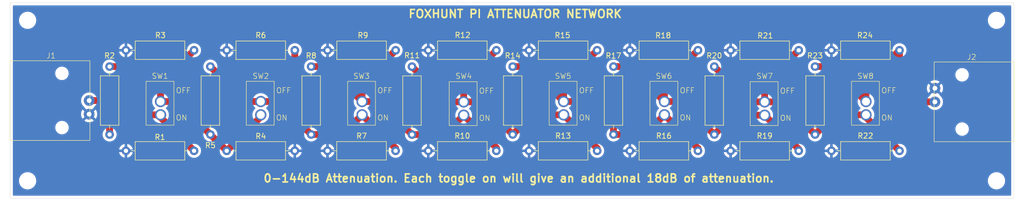
<source format=kicad_pcb>
(kicad_pcb (version 20241229) (generator "pcbnew") (generator_version "9.0")
  (layers (0 "F.Cu" signal) (2 "B.Cu" signal) (13 "F.Paste" user) (15 "B.Paste" user) (5 "F.SilkS" user "F.Silkscreen") (7 "B.SilkS" user "B.Silkscreen") (1 "F.Mask" user) (3 "B.Mask" user) (25 "Edge.Cuts" user))
  (net 0 "")
  (net 1 "GND")
  (net 2 "Net-(SW5-B)")
  (net 3 "Net-(SW6-B)")
  (net 4 "Net-(J1-In)")
  (net 5 "Net-(SW1-B)")
  (net 6 "Net-(SW2-B)")
  (net 7 "Net-(SW3-B)")
  (net 8 "Net-(SW4-B)")
  (net 9 "Net-(SW7-B)")
  (net 10 "Net-(J2-In)")
  (footprint "Resistor_THT:R_Axial_DIN0309_L9.0mm_D3.2mm_P12.70mm_Horizontal" (layer "F.Cu") (at 104.14 129.794 180)
    (property "Reference" "R1" (at 6.35 2.54 0) (layer "F.SilkS"))
    (property "Value" "75")
    (fp_line (start 11.66 0) (end 10.97 0) (stroke (width 0.12)) (layer "F.SilkS"))
    (fp_line (start 10.97 1.72) (end 10.97 -1.72) (stroke (width 0.12)) (layer "F.SilkS"))
    (fp_line (start 10.97 -1.72) (end 1.73 -1.72) (stroke (width 0.12)) (layer "F.SilkS"))
    (fp_line (start 1.73 1.72) (end 10.97 1.72) (stroke (width 0.12)) (layer "F.SilkS"))
    (fp_line (start 1.73 -1.72) (end 1.73 1.72) (stroke (width 0.12)) (layer "F.SilkS"))
    (fp_line (start 1.04 0) (end 1.73 0) (stroke (width 0.12)) (layer "F.SilkS"))
    (pad "1" thru_hole circle (at 0 0 180) (size 1.6 1.6) (drill 0.8) (layers "*.Cu" "*.Mask") (net 4 "Net-(J1-In)"))
    (pad "2" thru_hole oval (at 12.7 0 180) (size 1.6 1.6) (drill 0.8) (layers "*.Cu" "*.Mask") (net 1 "GND"))
  )
  (footprint "Resistor_THT:R_Axial_DIN0309_L9.0mm_D3.2mm_P12.70mm_Horizontal" (layer "F.Cu") (at 219.964 126.746 90)
    (property "Reference" "R23" (at 14.732 0 180) (layer "F.SilkS"))
    (property "Value" "220")
    (fp_line (start 10.97 -1.72) (end 1.73 -1.72) (stroke (width 0.12)) (layer "F.SilkS"))
    (fp_line (start 1.73 -1.72) (end 1.73 1.72) (stroke (width 0.12)) (layer "F.SilkS"))
    (fp_line (start 11.66 0) (end 10.97 0) (stroke (width 0.12)) (layer "F.SilkS"))
    (fp_line (start 1.04 0) (end 1.73 0) (stroke (width 0.12)) (layer "F.SilkS"))
    (fp_line (start 10.97 1.72) (end 10.97 -1.72) (stroke (width 0.12)) (layer "F.SilkS"))
    (fp_line (start 1.73 1.72) (end 10.97 1.72) (stroke (width 0.12)) (layer "F.SilkS"))
    (pad "1" thru_hole circle (at 0 0 90) (size 1.6 1.6) (drill 0.8) (layers "*.Cu" "*.Mask") (net 9 "Net-(SW7-B)"))
    (pad "2" thru_hole oval (at 12.7 0 90) (size 1.6 1.6) (drill 0.8) (layers "*.Cu" "*.Mask") (net 10 "Net-(J2-In)"))
  )
  (footprint "Resistor_THT:R_Axial_DIN0309_L9.0mm_D3.2mm_P12.70mm_Horizontal" (layer "F.Cu") (at 216.916 129.794 180)
    (property "Reference" "R19" (at 6.35 2.794 0) (layer "F.SilkS"))
    (property "Value" "75")
    (fp_line (start 11.66 0) (end 10.97 0) (stroke (width 0.12)) (layer "F.SilkS"))
    (fp_line (start 10.97 1.72) (end 10.97 -1.72) (stroke (width 0.12)) (layer "F.SilkS"))
    (fp_line (start 10.97 -1.72) (end 1.73 -1.72) (stroke (width 0.12)) (layer "F.SilkS"))
    (fp_line (start 1.73 1.72) (end 10.97 1.72) (stroke (width 0.12)) (layer "F.SilkS"))
    (fp_line (start 1.73 -1.72) (end 1.73 1.72) (stroke (width 0.12)) (layer "F.SilkS"))
    (fp_line (start 1.04 0) (end 1.73 0) (stroke (width 0.12)) (layer "F.SilkS"))
    (pad "1" thru_hole circle (at 0 0 180) (size 1.6 1.6) (drill 0.8) (layers "*.Cu" "*.Mask") (net 3 "Net-(SW6-B)"))
    (pad "2" thru_hole oval (at 12.7 0 180) (size 1.6 1.6) (drill 0.8) (layers "*.Cu" "*.Mask") (net 1 "GND"))
  )
  (footprint "Resistor_THT:R_Axial_DIN0309_L9.0mm_D3.2mm_P12.70mm_Horizontal" (layer "F.Cu") (at 216.916 110.998 180)
    (property "Reference" "R21" (at 6.236 2.728 0) (layer "F.SilkS"))
    (property "Value" "75")
    (fp_line (start 11.66 0) (end 10.97 0) (stroke (width 0.12)) (layer "F.SilkS"))
    (fp_line (start 10.97 1.72) (end 10.97 -1.72) (stroke (width 0.12)) (layer "F.SilkS"))
    (fp_line (start 10.97 -1.72) (end 1.73 -1.72) (stroke (width 0.12)) (layer "F.SilkS"))
    (fp_line (start 1.73 1.72) (end 10.97 1.72) (stroke (width 0.12)) (layer "F.SilkS"))
    (fp_line (start 1.73 -1.72) (end 1.73 1.72) (stroke (width 0.12)) (layer "F.SilkS"))
    (fp_line (start 1.04 0) (end 1.73 0) (stroke (width 0.12)) (layer "F.SilkS"))
    (pad "1" thru_hole circle (at 0 0 180) (size 1.6 1.6) (drill 0.8) (layers "*.Cu" "*.Mask") (net 9 "Net-(SW7-B)"))
    (pad "2" thru_hole oval (at 12.7 0 180) (size 1.6 1.6) (drill 0.8) (layers "*.Cu" "*.Mask") (net 1 "GND"))
  )
  (footprint "Resistor_THT:R_Axial_DIN0309_L9.0mm_D3.2mm_P12.70mm_Horizontal" (layer "F.Cu") (at 182.372 126.746 90)
    (property "Reference" "R17" (at 14.732 0 180) (layer "F.SilkS"))
    (property "Value" "220")
    (fp_line (start 10.97 -1.72) (end 1.73 -1.72) (stroke (width 0.12)) (layer "F.SilkS"))
    (fp_line (start 1.73 -1.72) (end 1.73 1.72) (stroke (width 0.12)) (layer "F.SilkS"))
    (fp_line (start 11.66 0) (end 10.97 0) (stroke (width 0.12)) (layer "F.SilkS"))
    (fp_line (start 1.04 0) (end 1.73 0) (stroke (width 0.12)) (layer "F.SilkS"))
    (fp_line (start 10.97 1.72) (end 10.97 -1.72) (stroke (width 0.12)) (layer "F.SilkS"))
    (fp_line (start 1.73 1.72) (end 10.97 1.72) (stroke (width 0.12)) (layer "F.SilkS"))
    (pad "1" thru_hole circle (at 0 0 90) (size 1.6 1.6) (drill 0.8) (layers "*.Cu" "*.Mask") (net 2 "Net-(SW5-B)"))
    (pad "2" thru_hole oval (at 12.7 0 90) (size 1.6 1.6) (drill 0.8) (layers "*.Cu" "*.Mask") (net 3 "Net-(SW6-B)"))
  )
  (footprint "Resistor_THT:R_Axial_DIN0309_L9.0mm_D3.2mm_P12.70mm_Horizontal" (layer "F.Cu") (at 104.14 110.998 180)
    (property "Reference" "R3" (at 6.27 2.798 0) (layer "F.SilkS"))
    (property "Value" "75")
    (fp_line (start 11.66 0) (end 10.97 0) (stroke (width 0.12)) (layer "F.SilkS"))
    (fp_line (start 10.97 1.72) (end 10.97 -1.72) (stroke (width 0.12)) (layer "F.SilkS"))
    (fp_line (start 10.97 -1.72) (end 1.73 -1.72) (stroke (width 0.12)) (layer "F.SilkS"))
    (fp_line (start 1.73 1.72) (end 10.97 1.72) (stroke (width 0.12)) (layer "F.SilkS"))
    (fp_line (start 1.73 -1.72) (end 1.73 1.72) (stroke (width 0.12)) (layer "F.SilkS"))
    (fp_line (start 1.04 0) (end 1.73 0) (stroke (width 0.12)) (layer "F.SilkS"))
    (pad "1" thru_hole circle (at 0 0 180) (size 1.6 1.6) (drill 0.8) (layers "*.Cu" "*.Mask") (net 5 "Net-(SW1-B)"))
    (pad "2" thru_hole oval (at 12.7 0 180) (size 1.6 1.6) (drill 0.8) (layers "*.Cu" "*.Mask") (net 1 "GND"))
  )
  (footprint "FoxHuntAttenuator:CONBNC002" (layer "F.Cu") (at 79.492 125.456 90)
    (property "Reference" "J1" (at 13.442 -2.022 0) (layer "F.SilkS") (effects (font (thickness 0.1))))
    (property "Value" "Conn_Coaxial")
    (fp_rect (start -2.4 -9.67) (end 12.5 5.23) (stroke (width 0.1)) (fill no) (layer "F.SilkS"))
    (pad "" np_thru_hole circle (at 0 0.02 90) (size 2 2) (drill 2) (layers "*.Cu" "*.Mask"))
    (pad "" np_thru_hole circle (at 10.14 0.01 90) (size 2 2) (drill 2) (layers "*.Cu" "*.Mask"))
    (pad "1" thru_hole circle (at 5.06 5.09 90) (size 2 2) (drill 0.89) (layers "*.Cu" "*.Mask") (net 4 "Net-(J1-In)"))
    (pad "2" thru_hole circle (at 2.51 5.08 90) (size 2 2) (drill 0.89) (layers "*.Cu" "*.Mask") (net 1 "GND"))
  )
  (footprint "Resistor_THT:R_Axial_DIN0309_L9.0mm_D3.2mm_P12.70mm_Horizontal" (layer "F.Cu") (at 144.79 126.76 90)
    (property "Reference" "R11" (at 14.79 0.02 0) (layer "F.SilkS"))
    (property "Value" "220")
    (fp_line (start 10.97 -1.72) (end 1.73 -1.72) (stroke (width 0.12)) (layer "F.SilkS"))
    (fp_line (start 1.73 -1.72) (end 1.73 1.72) (stroke (width 0.12)) (layer "F.SilkS"))
    (fp_line (start 11.66 0) (end 10.97 0) (stroke (width 0.12)) (layer "F.SilkS"))
    (fp_line (start 1.04 0) (end 1.73 0) (stroke (width 0.12)) (layer "F.SilkS"))
    (fp_line (start 10.97 1.72) (end 10.97 -1.72) (stroke (width 0.12)) (layer "F.SilkS"))
    (fp_line (start 1.73 1.72) (end 10.97 1.72) (stroke (width 0.12)) (layer "F.SilkS"))
    (pad "1" thru_hole circle (at 0 0 90) (size 1.6 1.6) (drill 0.8) (layers "*.Cu" "*.Mask") (net 7 "Net-(SW3-B)"))
    (pad "2" thru_hole oval (at 12.7 0 90) (size 1.6 1.6) (drill 0.8) (layers "*.Cu" "*.Mask") (net 8 "Net-(SW4-B)"))
  )
  (footprint "FoxHuntAttenuator:SWT3" (layer "F.Cu") (at 154.442 123.18 90)
    (property "Reference" "SW4" (at 7.356 -0.01 0) (layer "F.SilkS") (effects (font (thickness 0.1))))
    (property "Value" "SW_SPST")
    (fp_rect (start -1.89 -2.71) (end 6.31 2.49) (stroke (width 0.1)) (fill no) (layer "F.SilkS"))
    (fp_text user "ON" (at -1.08 2.79 0) (layer "F.SilkS") (effects (font (thickness 0.1)) (justify left bottom)))
    (fp_text user "OFF" (at 4.01 2.8 0) (layer "F.SilkS") (effects (font (thickness 0.1)) (justify left bottom)))
    (pad "1" thru_hole circle (at 0.04 -0.01 90) (size 2.1 2.1) (drill 1.5) (layers "*.Cu" "*.Mask" "Eco1.User") (net 7 "Net-(SW3-B)"))
    (pad "2" thru_hole circle (at 2.53 -0.01 90) (size 2.1 2.1) (drill 1.5) (layers "*.Cu" "*.Mask" "Eco1.User") (net 8 "Net-(SW4-B)"))
  )
  (footprint "Resistor_THT:R_Axial_DIN0309_L9.0mm_D3.2mm_P12.70mm_Horizontal" (layer "F.Cu") (at 198.12 129.794 180)
    (property "Reference" "R16" (at 6.35 2.794 0) (layer "F.SilkS"))
    (property "Value" "75")
    (fp_line (start 11.66 0) (end 10.97 0) (stroke (width 0.12)) (layer "F.SilkS"))
    (fp_line (start 10.97 1.72) (end 10.97 -1.72) (stroke (width 0.12)) (layer "F.SilkS"))
    (fp_line (start 10.97 -1.72) (end 1.73 -1.72) (stroke (width 0.12)) (layer "F.SilkS"))
    (fp_line (start 1.73 1.72) (end 10.97 1.72) (stroke (width 0.12)) (layer "F.SilkS"))
    (fp_line (start 1.73 -1.72) (end 1.73 1.72) (stroke (width 0.12)) (layer "F.SilkS"))
    (fp_line (start 1.04 0) (end 1.73 0) (stroke (width 0.12)) (layer "F.SilkS"))
    (pad "1" thru_hole circle (at 0 0 180) (size 1.6 1.6) (drill 0.8) (layers "*.Cu" "*.Mask") (net 2 "Net-(SW5-B)"))
    (pad "2" thru_hole oval (at 12.7 0 180) (size 1.6 1.6) (drill 0.8) (layers "*.Cu" "*.Mask") (net 1 "GND"))
  )
  (footprint "FoxHuntAttenuator:SWT3" (layer "F.Cu") (at 173.084 123.114 90)
    (property "Reference" "SW5" (at 7.29 -0.11 0) (layer "F.SilkS") (effects (font (thickness 0.1))))
    (property "Value" "SW_SPST")
    (fp_rect (start -1.89 -2.71) (end 6.31 2.49) (stroke (width 0.1)) (fill no) (layer "F.SilkS"))
    (fp_text user "OFF" (at 4.01 2.8 0) (layer "F.SilkS") (effects (font (thickness 0.1)) (justify left bottom)))
    (fp_text user "ON" (at -1.08 2.79 0) (layer "F.SilkS") (effects (font (thickness 0.1)) (justify left bottom)))
    (pad "1" thru_hole circle (at 0.04 -0.01 90) (size 2.1 2.1) (drill 1.5) (layers "*.Cu" "*.Mask" "Eco1.User") (net 8 "Net-(SW4-B)"))
    (pad "2" thru_hole circle (at 2.53 -0.01 90) (size 2.1 2.1) (drill 1.5) (layers "*.Cu" "*.Mask" "Eco1.User") (net 2 "Net-(SW5-B)"))
  )
  (footprint "Resistor_THT:R_Axial_DIN0309_L9.0mm_D3.2mm_P12.70mm_Horizontal" (layer "F.Cu") (at 160.528 110.998 180)
    (property "Reference" "R12" (at 6.288 2.828 0) (layer "F.SilkS"))
    (property "Value" "75")
    (fp_line (start 11.66 0) (end 10.97 0) (stroke (width 0.12)) (layer "F.SilkS"))
    (fp_line (start 10.97 1.72) (end 10.97 -1.72) (stroke (width 0.12)) (layer "F.SilkS"))
    (fp_line (start 10.97 -1.72) (end 1.73 -1.72) (stroke (width 0.12)) (layer "F.SilkS"))
    (fp_line (start 1.73 1.72) (end 10.97 1.72) (stroke (width 0.12)) (layer "F.SilkS"))
    (fp_line (start 1.73 -1.72) (end 1.73 1.72) (stroke (width 0.12)) (layer "F.SilkS"))
    (fp_line (start 1.04 0) (end 1.73 0) (stroke (width 0.12)) (layer "F.SilkS"))
    (pad "1" thru_hole circle (at 0 0 180) (size 1.6 1.6) (drill 0.8) (layers "*.Cu" "*.Mask") (net 8 "Net-(SW4-B)"))
    (pad "2" thru_hole oval (at 12.7 0 180) (size 1.6 1.6) (drill 0.8) (layers "*.Cu" "*.Mask") (net 1 "GND"))
  )
  (footprint "Resistor_THT:R_Axial_DIN0309_L9.0mm_D3.2mm_P12.70mm_Horizontal" (layer "F.Cu") (at 201.168 126.746 90)
    (property "Reference" "R20" (at 14.732 0 180) (layer "F.SilkS"))
    (property "Value" "220")
    (fp_line (start 10.97 -1.72) (end 1.73 -1.72) (stroke (width 0.12)) (layer "F.SilkS"))
    (fp_line (start 1.73 -1.72) (end 1.73 1.72) (stroke (width 0.12)) (layer "F.SilkS"))
    (fp_line (start 11.66 0) (end 10.97 0) (stroke (width 0.12)) (layer "F.SilkS"))
    (fp_line (start 1.04 0) (end 1.73 0) (stroke (width 0.12)) (layer "F.SilkS"))
    (fp_line (start 10.97 1.72) (end 10.97 -1.72) (stroke (width 0.12)) (layer "F.SilkS"))
    (fp_line (start 1.73 1.72) (end 10.97 1.72) (stroke (width 0.12)) (layer "F.SilkS"))
    (pad "1" thru_hole circle (at 0 0 90) (size 1.6 1.6) (drill 0.8) (layers "*.Cu" "*.Mask") (net 3 "Net-(SW6-B)"))
    (pad "2" thru_hole oval (at 12.7 0 90) (size 1.6 1.6) (drill 0.8) (layers "*.Cu" "*.Mask") (net 9 "Net-(SW7-B)"))
  )
  (footprint "Resistor_THT:R_Axial_DIN0309_L9.0mm_D3.2mm_P12.70mm_Horizontal" (layer "F.Cu") (at 160.528 129.794 180)
    (property "Reference" "R10" (at 6.35 2.794 0) (layer "F.SilkS"))
    (property "Value" "75")
    (fp_line (start 11.66 0) (end 10.97 0) (stroke (width 0.12)) (layer "F.SilkS"))
    (fp_line (start 10.97 1.72) (end 10.97 -1.72) (stroke (width 0.12)) (layer "F.SilkS"))
    (fp_line (start 10.97 -1.72) (end 1.73 -1.72) (stroke (width 0.12)) (layer "F.SilkS"))
    (fp_line (start 1.73 1.72) (end 10.97 1.72) (stroke (width 0.12)) (layer "F.SilkS"))
    (fp_line (start 1.73 -1.72) (end 1.73 1.72) (stroke (width 0.12)) (layer "F.SilkS"))
    (fp_line (start 1.04 0) (end 1.73 0) (stroke (width 0.12)) (layer "F.SilkS"))
    (pad "1" thru_hole circle (at 0 0 180) (size 1.6 1.6) (drill 0.8) (layers "*.Cu" "*.Mask") (net 7 "Net-(SW3-B)"))
    (pad "2" thru_hole oval (at 12.7 0 180) (size 1.6 1.6) (drill 0.8) (layers "*.Cu" "*.Mask") (net 1 "GND"))
  )
  (footprint "Resistor_THT:R_Axial_DIN0309_L9.0mm_D3.2mm_P12.70mm_Horizontal" (layer "F.Cu") (at 163.576 126.746 90)
    (property "Reference" "R14" (at 14.732 0 180) (layer "F.SilkS"))
    (property "Value" "220")
    (fp_line (start 10.97 -1.72) (end 1.73 -1.72) (stroke (width 0.12)) (layer "F.SilkS"))
    (fp_line (start 1.73 -1.72) (end 1.73 1.72) (stroke (width 0.12)) (layer "F.SilkS"))
    (fp_line (start 11.66 0) (end 10.97 0) (stroke (width 0.12)) (layer "F.SilkS"))
    (fp_line (start 1.04 0) (end 1.73 0) (stroke (width 0.12)) (layer "F.SilkS"))
    (fp_line (start 10.97 1.72) (end 10.97 -1.72) (stroke (width 0.12)) (layer "F.SilkS"))
    (fp_line (start 1.73 1.72) (end 10.97 1.72) (stroke (width 0.12)) (layer "F.SilkS"))
    (pad "1" thru_hole circle (at 0 0 90) (size 1.6 1.6) (drill 0.8) (layers "*.Cu" "*.Mask") (net 8 "Net-(SW4-B)"))
    (pad "2" thru_hole oval (at 12.7 0 90) (size 1.6 1.6) (drill 0.8) (layers "*.Cu" "*.Mask") (net 2 "Net-(SW5-B)"))
  )
  (footprint "FoxHuntAttenuator:SWT3" (layer "F.Cu") (at 229.472 123.114 90)
    (property "Reference" "SW8" (at 7.29 -0.11 0) (layer "F.SilkS") (effects (font (thickness 0.1))))
    (property "Value" "SW_SPST")
    (fp_rect (start -1.89 -2.71) (end 6.31 2.49) (stroke (width 0.1)) (fill no) (layer "F.SilkS"))
    (fp_text user "ON" (at -1.08 2.79 0) (layer "F.SilkS") (effects (font (thickness 0.1)) (justify left bottom)))
    (fp_text user "OFF" (at 4.01 2.8 0) (layer "F.SilkS") (effects (font (thickness 0.1)) (justify left bottom)))
    (pad "1" thru_hole circle (at 0.04 -0.01 90) (size 2.1 2.1) (drill 1.5) (layers "*.Cu" "*.Mask" "Eco1.User") (net 9 "Net-(SW7-B)"))
    (pad "2" thru_hole circle (at 2.53 -0.01 90) (size 2.1 2.1) (drill 1.5) (layers "*.Cu" "*.Mask" "Eco1.User") (net 10 "Net-(J2-In)"))
  )
  (footprint "Resistor_THT:R_Axial_DIN0309_L9.0mm_D3.2mm_P12.70mm_Horizontal" (layer "F.Cu") (at 125.984 126.746 90)
    (property "Reference" "R8" (at 14.732 0 180) (layer "F.SilkS"))
    (property "Value" "220")
    (fp_line (start 10.97 -1.72) (end 1.73 -1.72) (stroke (width 0.12)) (layer "F.SilkS"))
    (fp_line (start 1.73 -1.72) (end 1.73 1.72) (stroke (width 0.12)) (layer "F.SilkS"))
    (fp_line (start 11.66 0) (end 10.97 0) (stroke (width 0.12)) (layer "F.SilkS"))
    (fp_line (start 1.04 0) (end 1.73 0) (stroke (width 0.12)) (layer "F.SilkS"))
    (fp_line (start 10.97 1.72) (end 10.97 -1.72) (stroke (width 0.12)) (layer "F.SilkS"))
    (fp_line (start 1.73 1.72) (end 10.97 1.72) (stroke (width 0.12)) (layer "F.SilkS"))
    (pad "1" thru_hole circle (at 0 0 90) (size 1.6 1.6) (drill 0.8) (layers "*.Cu" "*.Mask") (net 6 "Net-(SW2-B)"))
    (pad "2" thru_hole oval (at 12.7 0 90) (size 1.6 1.6) (drill 0.8) (layers "*.Cu" "*.Mask") (net 7 "Net-(SW3-B)"))
  )
  (footprint "Resistor_THT:R_Axial_DIN0309_L9.0mm_D3.2mm_P12.70mm_Horizontal" (layer "F.Cu") (at 107.188 126.75 90)
    (property "Reference" "R5" (at -2.032 0 0) (layer "F.SilkS"))
    (property "Value" "220")
    (fp_line (start 10.97 -1.72) (end 1.73 -1.72) (stroke (width 0.12)) (layer "F.SilkS"))
    (fp_line (start 1.73 -1.72) (end 1.73 1.72) (stroke (width 0.12)) (layer "F.SilkS"))
    (fp_line (start 11.66 0) (end 10.97 0) (stroke (width 0.12)) (layer "F.SilkS"))
    (fp_line (start 1.04 0) (end 1.73 0) (stroke (width 0.12)) (layer "F.SilkS"))
    (fp_line (start 10.97 1.72) (end 10.97 -1.72) (stroke (width 0.12)) (layer "F.SilkS"))
    (fp_line (start 1.73 1.72) (end 10.97 1.72) (stroke (width 0.12)) (layer "F.SilkS"))
    (pad "1" thru_hole circle (at 0 0 90) (size 1.6 1.6) (drill 0.8) (layers "*.Cu" "*.Mask") (net 5 "Net-(SW1-B)"))
    (pad "2" thru_hole oval (at 12.7 0 90) (size 1.6 1.6) (drill 0.8) (layers "*.Cu" "*.Mask") (net 6 "Net-(SW2-B)"))
  )
  (footprint "Resistor_THT:R_Axial_DIN0309_L9.0mm_D3.2mm_P12.70mm_Horizontal" (layer "F.Cu") (at 88.392 126.746 90)
    (property "Reference" "R2" (at 14.732 0 180) (layer "F.SilkS"))
    (property "Value" "220")
    (fp_line (start 10.97 -1.72) (end 1.73 -1.72) (stroke (width 0.12)) (layer "F.SilkS"))
    (fp_line (start 1.73 -1.72) (end 1.73 1.72) (stroke (width 0.12)) (layer "F.SilkS"))
    (fp_line (start 11.66 0) (end 10.97 0) (stroke (width 0.12)) (layer "F.SilkS"))
    (fp_line (start 1.04 0) (end 1.73 0) (stroke (width 0.12)) (layer "F.SilkS"))
    (fp_line (start 10.97 1.72) (end 10.97 -1.72) (stroke (width 0.12)) (layer "F.SilkS"))
    (fp_line (start 1.73 1.72) (end 10.97 1.72) (stroke (width 0.12)) (layer "F.SilkS"))
    (pad "1" thru_hole circle (at 0 0 90) (size 1.6 1.6) (drill 0.8) (layers "*.Cu" "*.Mask") (net 4 "Net-(J1-In)"))
    (pad "2" thru_hole oval (at 12.7 0 90) (size 1.6 1.6) (drill 0.8) (layers "*.Cu" "*.Mask") (net 5 "Net-(SW1-B)"))
  )
  (footprint "FoxHuntAttenuator:SWT3" (layer "F.Cu") (at 210.576 123.18 90)
    (property "Reference" "SW7" (at 7.356 -0.01 0) (layer "F.SilkS") (effects (font (thickness 0.1))))
    (property "Value" "SW_SPST")
    (fp_rect (start -1.89 -2.71) (end 6.31 2.49) (stroke (width 0.1)) (fill no) (layer "F.SilkS"))
    (fp_text user "OFF" (at 4.01 2.8 0) (layer "F.SilkS") (effects (font (thickness 0.1)) (justify left bottom)))
    (fp_text user "ON" (at -1.08 2.79 0) (layer "F.SilkS") (effects (font (thickness 0.1)) (justify left bottom)))
    (pad "1" thru_hole circle (at 0.04 -0.01 90) (size 2.1 2.1) (drill 1.5) (layers "*.Cu" "*.Mask" "Eco1.User") (net 3 "Net-(SW6-B)"))
    (pad "2" thru_hole circle (at 2.53 -0.01 90) (size 2.1 2.1) (drill 1.5) (layers "*.Cu" "*.Mask" "Eco1.User") (net 9 "Net-(SW7-B)"))
  )
  (footprint "FoxHuntAttenuator:SWT3" (layer "F.Cu") (at 191.88 123.114 90)
    (property "Reference" "SW6" (at 7.29 -0.11 0) (layer "F.SilkS") (effects (font (thickness 0.1))))
    (property "Value" "SW_SPST")
    (fp_rect (start -1.89 -2.71) (end 6.31 2.49) (stroke (width 0.1)) (fill no) (layer "F.SilkS"))
    (fp_text user "OFF" (at 4.01 2.8 0) (layer "F.SilkS") (effects (font (thickness 0.1)) (justify left bottom)))
    (fp_text user "ON" (at -1.08 2.79 0) (layer "F.SilkS") (effects (font (thickness 0.1)) (justify left bottom)))
    (pad "1" thru_hole circle (at 0.04 -0.01 90) (size 2.1 2.1) (drill 1.5) (layers "*.Cu" "*.Mask" "Eco1.User") (net 2 "Net-(SW5-B)"))
    (pad "2" thru_hole circle (at 2.53 -0.01 90) (size 2.1 2.1) (drill 1.5) (layers "*.Cu" "*.Mask" "Eco1.User") (net 3 "Net-(SW6-B)"))
  )
  (footprint "MountingHole:MountingHole_2.7mm_M2.5" (layer "F.Cu") (at 253.8 105.4)
    (property "Reference" "H1" (hide yes))
    (property "Value" "MountingHole")
    (pad "" np_thru_hole circle (at 0 0) (size 2.7 2.7) (drill 2.7) (layers "*.Cu" "*.Mask"))
  )
  (footprint "FoxHuntAttenuator:CONBNC002" (layer "F.Cu") (at 247.406 115.59 -90)
    (property "Reference" "J2" (at -3.322 -1.768 0) (layer "F.SilkS") (effects (font (thickness 0.1))))
    (property "Value" "Conn_Coaxial")
    (fp_rect (start -2.4 -9.67) (end 12.5 5.23) (stroke (width 0.1)) (fill no) (layer "F.SilkS"))
    (pad "" np_thru_hole circle (at 0 0.02 270) (size 2 2) (drill 2) (layers "*.Cu" "*.Mask"))
    (pad "" np_thru_hole circle (at 10.14 0.01 270) (size 2 2) (drill 2) (layers "*.Cu" "*.Mask"))
    (pad "1" thru_hole circle (at 5.06 5.09 270) (size 2 2) (drill 0.89) (layers "*.Cu" "*.Mask") (net 10 "Net-(J2-In)"))
    (pad "2" thru_hole circle (at 2.51 5.08 270) (size 2 2) (drill 0.89) (layers "*.Cu" "*.Mask") (net 1 "GND"))
  )
  (footprint "FoxHuntAttenuator:SWT3" (layer "F.Cu") (at 97.9 123.114 90)
    (property "Reference" "SW1" (at 7.304 -0.11 0) (layer "F.SilkS") (effects (font (thickness 0.1))))
    (property "Value" "SW_SPST")
    (fp_rect (start -1.89 -2.71) (end 6.31 2.49) (stroke (width 0.1)) (fill no) (layer "F.SilkS"))
    (fp_text user "OFF" (at 4.01 2.8 0) (layer "F.SilkS") (effects (font (thickness 0.1)) (justify left bottom)))
    (fp_text user "ON" (at -1.08 2.79 0) (layer "F.SilkS") (effects (font (thickness 0.1)) (justify left bottom)))
    (pad "1" thru_hole circle (at 0.04 -0.01 90) (size 2.1 2.1) (drill 1.5) (layers "*.Cu" "*.Mask" "Eco1.User") (net 4 "Net-(J1-In)"))
    (pad "2" thru_hole circle (at 2.53 -0.01 90) (size 2.1 2.1) (drill 1.5) (layers "*.Cu" "*.Mask" "Eco1.User") (net 5 "Net-(SW1-B)"))
  )
  (footprint "MountingHole:MountingHole_2.7mm_M2.5" (layer "F.Cu") (at 253.8 135.4)
    (property "Reference" "H2" (hide yes))
    (property "Value" "MountingHole")
    (pad "" np_thru_hole circle (at 0 0) (size 2.7 2.7) (drill 2.7) (layers "*.Cu" "*.Mask"))
  )
  (footprint "Resistor_THT:R_Axial_DIN0309_L9.0mm_D3.2mm_P12.70mm_Horizontal" (layer "F.Cu") (at 122.936 110.998 180)
    (property "Reference" "R6" (at 6.35 2.794 0) (layer "F.SilkS"))
    (property "Value" "75")
    (fp_line (start 11.66 0) (end 10.97 0) (stroke (width 0.12)) (layer "F.SilkS"))
    (fp_line (start 10.97 1.72) (end 10.97 -1.72) (stroke (width 0.12)) (layer "F.SilkS"))
    (fp_line (start 10.97 -1.72) (end 1.73 -1.72) (stroke (width 0.12)) (layer "F.SilkS"))
    (fp_line (start 1.73 1.72) (end 10.97 1.72) (stroke (width 0.12)) (layer "F.SilkS"))
    (fp_line (start 1.73 -1.72) (end 1.73 1.72) (stroke (width 0.12)) (layer "F.SilkS"))
    (fp_line (start 1.04 0) (end 1.73 0) (stroke (width 0.12)) (layer "F.SilkS"))
    (pad "1" thru_hole circle (at 0 0 180) (size 1.6 1.6) (drill 0.8) (layers "*.Cu" "*.Mask") (net 6 "Net-(SW2-B)"))
    (pad "2" thru_hole oval (at 12.7 0 180) (size 1.6 1.6) (drill 0.8) (layers "*.Cu" "*.Mask") (net 1 "GND"))
  )
  (footprint "Resistor_THT:R_Axial_DIN0309_L9.0mm_D3.2mm_P12.70mm_Horizontal" (layer "F.Cu") (at 235.712 110.998 180)
    (property "Reference" "R24" (at 6.432 2.788 0) (layer "F.SilkS"))
    (property "Value" "75")
    (fp_line (start 11.66 0) (end 10.97 0) (stroke (width 0.12)) (layer "F.SilkS"))
    (fp_line (start 10.97 1.72) (end 10.97 -1.72) (stroke (width 0.12)) (layer "F.SilkS"))
    (fp_line (start 10.97 -1.72) (end 1.73 -1.72) (stroke (width 0.12)) (layer "F.SilkS"))
    (fp_line (start 1.73 1.72) (end 10.97 1.72) (stroke (width 0.12)) (layer "F.SilkS"))
    (fp_line (start 1.73 -1.72) (end 1.73 1.72) (stroke (width 0.12)) (layer "F.SilkS"))
    (fp_line (start 1.04 0) (end 1.73 0) (stroke (width 0.12)) (layer "F.SilkS"))
    (pad "1" thru_hole circle (at 0 0 180) (size 1.6 1.6) (drill 0.8) (layers "*.Cu" "*.Mask") (net 10 "Net-(J2-In)"))
    (pad "2" thru_hole oval (at 12.7 0 180) (size 1.6 1.6) (drill 0.8) (layers "*.Cu" "*.Mask") (net 1 "GND"))
  )
  (footprint "Resistor_THT:R_Axial_DIN0309_L9.0mm_D3.2mm_P12.70mm_Horizontal" (layer "F.Cu") (at 141.73 129.79 180)
    (property "Reference" "R7" (at 6.33 2.77 0) (layer "F.SilkS"))
    (property "Value" "75")
    (fp_line (start 11.66 0) (end 10.97 0) (stroke (width 0.12)) (layer "F.SilkS"))
    (fp_line (start 10.97 1.72) (end 10.97 -1.72) (stroke (width 0.12)) (layer "F.SilkS"))
    (fp_line (start 10.97 -1.72) (end 1.73 -1.72) (stroke (width 0.12)) (layer "F.SilkS"))
    (fp_line (start 1.73 1.72) (end 10.97 1.72) (stroke (width 0.12)) (layer "F.SilkS"))
    (fp_line (start 1.73 -1.72) (end 1.73 1.72) (stroke (width 0.12)) (layer "F.SilkS"))
    (fp_line (start 1.04 0) (end 1.73 0) (stroke (width 0.12)) (layer "F.SilkS"))
    (pad "1" thru_hole circle (at 0 0 180) (size 1.6 1.6) (drill 0.8) (layers "*.Cu" "*.Mask") (net 6 "Net-(SW2-B)"))
    (pad "2" thru_hole oval (at 12.7 0 180) (size 1.6 1.6) (drill 0.8) (layers "*.Cu" "*.Mask") (net 1 "GND"))
  )
  (footprint "Resistor_THT:R_Axial_DIN0309_L9.0mm_D3.2mm_P12.70mm_Horizontal" (layer "F.Cu") (at 110.236 129.794)
    (property "Reference" "R4" (at 6.35 -2.72 0) (layer "F.SilkS"))
    (property "Value" "75")
    (fp_line (start 1.04 0) (end 1.73 0) (stroke (width 0.12)) (layer "F.SilkS"))
    (fp_line (start 1.73 -1.72) (end 1.73 1.72) (stroke (width 0.12)) (layer "F.SilkS"))
    (fp_line (start 1.73 1.72) (end 10.97 1.72) (stroke (width 0.12)) (layer "F.SilkS"))
    (fp_line (start 10.97 -1.72) (end 1.73 -1.72) (stroke (width 0.12)) (layer "F.SilkS"))
    (fp_line (start 10.97 1.72) (end 10.97 -1.72) (stroke (width 0.12)) (layer "F.SilkS"))
    (fp_line (start 11.66 0) (end 10.97 0) (stroke (width 0.12)) (layer "F.SilkS"))
    (pad "1" thru_hole circle (at 0 0) (size 1.6 1.6) (drill 0.8) (layers "*.Cu" "*.Mask") (net 5 "Net-(SW1-B)"))
    (pad "2" thru_hole oval (at 12.7 0) (size 1.6 1.6) (drill 0.8) (layers "*.Cu" "*.Mask") (net 1 "GND"))
  )
  (footprint "Resistor_THT:R_Axial_DIN0309_L9.0mm_D3.2mm_P12.70mm_Horizontal" (layer "F.Cu") (at 235.712 129.794 180)
    (property "Reference" "R22" (at 6.35 2.794 0) (layer "F.SilkS"))
    (property "Value" "75")
    (fp_line (start 11.66 0) (end 10.97 0) (stroke (width 0.12)) (layer "F.SilkS"))
    (fp_line (start 10.97 1.72) (end 10.97 -1.72) (stroke (width 0.12)) (layer "F.SilkS"))
    (fp_line (start 10.97 -1.72) (end 1.73 -1.72) (stroke (width 0.12)) (layer "F.SilkS"))
    (fp_line (start 1.73 1.72) (end 10.97 1.72) (stroke (width 0.12)) (layer "F.SilkS"))
    (fp_line (start 1.73 -1.72) (end 1.73 1.72) (stroke (width 0.12)) (layer "F.SilkS"))
    (fp_line (start 1.04 0) (end 1.73 0) (stroke (width 0.12)) (layer "F.SilkS"))
    (pad "1" thru_hole circle (at 0 0 180) (size 1.6 1.6) (drill 0.8) (layers "*.Cu" "*.Mask") (net 9 "Net-(SW7-B)"))
    (pad "2" thru_hole oval (at 12.7 0 180) (size 1.6 1.6) (drill 0.8) (layers "*.Cu" "*.Mask") (net 1 "GND"))
  )
  (footprint "Resistor_THT:R_Axial_DIN0309_L9.0mm_D3.2mm_P12.70mm_Horizontal" (layer "F.Cu") (at 179.324 129.794 180)
    (property "Reference" "R13" (at 6.35 2.794 0) (layer "F.SilkS"))
    (property "Value" "75")
    (fp_line (start 11.66 0) (end 10.97 0) (stroke (width 0.12)) (layer "F.SilkS"))
    (fp_line (start 10.97 1.72) (end 10.97 -1.72) (stroke (width 0.12)) (layer "F.SilkS"))
    (fp_line (start 10.97 -1.72) (end 1.73 -1.72) (stroke (width 0.12)) (layer "F.SilkS"))
    (fp_line (start 1.73 1.72) (end 10.97 1.72) (stroke (width 0.12)) (layer "F.SilkS"))
    (fp_line (start 1.73 -1.72) (end 1.73 1.72) (stroke (width 0.12)) (layer "F.SilkS"))
    (fp_line (start 1.04 0) (end 1.73 0) (stroke (width 0.12)) (layer "F.SilkS"))
    (pad "1" thru_hole circle (at 0 0 180) (size 1.6 1.6) (drill 0.8) (layers "*.Cu" "*.Mask") (net 8 "Net-(SW4-B)"))
    (pad "2" thru_hole oval (at 12.7 0 180) (size 1.6 1.6) (drill 0.8) (layers "*.Cu" "*.Mask") (net 1 "GND"))
  )
  (footprint "FoxHuntAttenuator:SWT3" (layer "F.Cu") (at 116.596 123.114 90)
    (property "Reference" "SW2" (at 7.29 -0.01 0) (layer "F.SilkS") (effects (font (thickness 0.1))))
    (property "Value" "SW_SPST")
    (fp_rect (start -1.89 -2.71) (end 6.31 2.49) (stroke (width 0.1)) (fill no) (layer "F.SilkS"))
    (fp_text user "OFF" (at 4.01 2.8 0) (layer "F.SilkS") (effects (font (thickness 0.1)) (justify left bottom)))
    (fp_text user "ON" (at -1.08 2.79 0) (layer "F.SilkS") (effects (font (thickness 0.1)) (justify left bottom)))
    (pad "1" thru_hole circle (at 0.04 -0.01 90) (size 2.1 2.1) (drill 1.5) (layers "*.Cu" "*.Mask" "Eco1.User") (net 5 "Net-(SW1-B)"))
    (pad "2" thru_hole circle (at 2.53 -0.01 90) (size 2.1 2.1) (drill 1.5) (layers "*.Cu" "*.Mask" "Eco1.User") (net 6 "Net-(SW2-B)"))
  )
  (footprint "FoxHuntAttenuator:SWT3" (layer "F.Cu") (at 135.492 123.114 90)
    (property "Reference" "SW3" (at 7.29 -0.11 0) (layer "F.SilkS") (effects (font (thickness 0.1))))
    (property "Value" "SW_SPST")
    (fp_rect (start -1.89 -2.71) (end 6.31 2.49) (stroke (width 0.1)) (fill no) (layer "F.SilkS"))
    (fp_text user "OFF" (at 4.01 2.8 0) (layer "F.SilkS") (effects (font (thickness 0.1)) (justify left bottom)))
    (fp_text user "ON" (at -1.08 2.79 0) (layer "F.SilkS") (effects (font (thickness 0.1)) (justify left bottom)))
    (pad "1" thru_hole circle (at 0.04 -0.01 90) (size 2.1 2.1) (drill 1.5) (layers "*.Cu" "*.Mask" "Eco1.User") (net 6 "Net-(SW2-B)"))
    (pad "2" thru_hole circle (at 2.53 -0.01 90) (size 2.1 2.1) (drill 1.5) (layers "*.Cu" "*.Mask" "Eco1.User") (net 7 "Net-(SW3-B)"))
  )
  (footprint "MountingHole:MountingHole_2.7mm_M2.5" (layer "F.Cu") (at 73.1 135.4)
    (property "Reference" "H3" (hide yes))
    (property "Value" "MountingHole")
    (pad "" np_thru_hole circle (at 0 0) (size 2.7 2.7) (drill 2.7) (layers "*.Cu" "*.Mask"))
  )
  (footprint "Resistor_THT:R_Axial_DIN0309_L9.0mm_D3.2mm_P12.70mm_Horizontal" (layer "F.Cu") (at 141.74 111 180)
    (property "Reference" "R9" (at 6.096 2.794 0) (layer "F.SilkS"))
    (property "Value" "75")
    (fp_line (start 11.66 0) (end 10.97 0) (stroke (width 0.12)) (layer "F.SilkS"))
    (fp_line (start 10.97 1.72) (end 10.97 -1.72) (stroke (width 0.12)) (layer "F.SilkS"))
    (fp_line (start 10.97 -1.72) (end 1.73 -1.72) (stroke (width 0.12)) (layer "F.SilkS"))
    (fp_line (start 1.73 1.72) (end 10.97 1.72) (stroke (width 0.12)) (layer "F.SilkS"))
    (fp_line (start 1.73 -1.72) (end 1.73 1.72) (stroke (width 0.12)) (layer "F.SilkS"))
    (fp_line (start 1.04 0) (end 1.73 0) (stroke (width 0.12)) (layer "F.SilkS"))
    (pad "1" thru_hole circle (at 0 0 180) (size 1.6 1.6) (drill 0.8) (layers "*.Cu" "*.Mask") (net 7 "Net-(SW3-B)"))
    (pad "2" thru_hole oval (at 12.7 0 180) (size 1.6 1.6) (drill 0.8) (layers "*.Cu" "*.Mask") (net 1 "GND"))
  )
  (footprint "Resistor_THT:R_Axial_DIN0309_L9.0mm_D3.2mm_P12.70mm_Horizontal" (layer "F.Cu") (at 198.12 110.998 180)
    (property "Reference" "R18" (at 6.49 2.758 0) (layer "F.SilkS"))
    (property "Value" "75")
    (fp_line (start 11.66 0) (end 10.97 0) (stroke (width 0.12)) (layer "F.SilkS"))
    (fp_line (start 10.97 1.72) (end 10.97 -1.72) (stroke (width 0.12)) (layer "F.SilkS"))
    (fp_line (start 10.97 -1.72) (end 1.73 -1.72) (stroke (width 0.12)) (layer "F.SilkS"))
    (fp_line (start 1.73 1.72) (end 10.97 1.72) (stroke (width 0.12)) (layer "F.SilkS"))
    (fp_line (start 1.73 -1.72) (end 1.73 1.72) (stroke (width 0.12)) (layer "F.SilkS"))
    (fp_line (start 1.04 0) (end 1.73 0) (stroke (width 0.12)) (layer "F.SilkS"))
    (pad "1" thru_hole circle (at 0 0 180) (size 1.6 1.6) (drill 0.8) (layers "*.Cu" "*.Mask") (net 3 "Net-(SW6-B)"))
    (pad "2" thru_hole oval (at 12.7 0 180) (size 1.6 1.6) (drill 0.8) (layers "*.Cu" "*.Mask") (net 1 "GND"))
  )
  (footprint "Resistor_THT:R_Axial_DIN0309_L9.0mm_D3.2mm_P12.70mm_Horizontal" (layer "F.Cu") (at 179.324 110.998 180)
    (property "Reference" "R15" (at 6.454 2.798 0) (layer "F.SilkS"))
    (property "Value" "75")
    (fp_line (start 11.66 0) (end 10.97 0) (stroke (width 0.12)) (layer "F.SilkS"))
    (fp_line (start 10.97 1.72) (end 10.97 -1.72) (stroke (width 0.12)) (layer "F.SilkS"))
    (fp_line (start 10.97 -1.72) (end 1.73 -1.72) (stroke (width 0.12)) (layer "F.SilkS"))
    (fp_line (start 1.73 1.72) (end 10.97 1.72) (stroke (width 0.12)) (layer "F.SilkS"))
    (fp_line (start 1.73 -1.72) (end 1.73 1.72) (stroke (width 0.12)) (layer "F.SilkS"))
    (fp_line (start 1.04 0) (end 1.73 0) (stroke (width 0.12)) (layer "F.SilkS"))
    (pad "1" thru_hole circle (at 0 0 180) (size 1.6 1.6) (drill 0.8) (layers "*.Cu" "*.Mask") (net 2 "Net-(SW5-B)"))
    (pad "2" thru_hole oval (at 12.7 0 180) (size 1.6 1.6) (drill 0.8) (layers "*.Cu" "*.Mask") (net 1 "GND"))
  )
  (footprint "MountingHole:MountingHole_2.7mm_M2.5" (layer "F.Cu") (at 73.1 105.4)
    (property "Reference" "H4" (hide yes))
    (property "Value" "MountingHole")
    (pad "" np_thru_hole circle (at 0 0) (size 2.7 2.7) (drill 2.7) (layers "*.Cu" "*.Mask"))
  )
  (gr_rect (start 69.85 102.108) (end 257.048 138.684) (stroke (width 0.05)) (fill no) (layer "Edge.Cuts"))
  (gr_text "FOXHUNT PI ATTENUATOR NETWORK" (at 143.99 105.07 0) (layer "F.SilkS") (effects (font (size 1.5 1.5) (thickness 0.3) (bold yes)) (justify left bottom)))
  (gr_text "0-144dB Attenuation. Each toggle on will give an additional 18dB of attenuation." (at 116.95 135.81 0) (layer "F.SilkS") (effects (font (size 1.5 1.5) (thickness 0.3) (bold yes)) (justify left bottom)))
  (segment (start 188.198 126.746) (end 191.87 123.074) (width 1.27) (layer "F.Cu") (net 2))
  (segment (start 173.074 120.584) (end 173.074 117.248) (width 1.27) (layer "F.Cu") (net 2))
  (segment (start 182.372 126.746) (end 182.372 124.46) (width 1.27) (layer "F.Cu") (net 2))
  (segment (start 173.074 117.248) (end 179.324 110.998) (width 1.27) (layer "F.Cu") (net 2))
  (segment (start 178.496 120.584) (end 173.074 120.584) (width 1.27) (layer "F.Cu") (net 2))
  (segment (start 163.576 114.046) (end 166.536 114.046) (width 1.27) (layer "F.Cu") (net 2))
  (segment (start 198.12 129.794) (end 198.12 129.324) (width 1.27) (layer "F.Cu") (net 2))
  (segment (start 182.372 124.46) (end 178.496 120.584) (width 1.27) (layer "F.Cu") (net 2))
  (segment (start 166.536 114.046) (end 173.074 120.584) (width 1.27) (layer "F.Cu") (net 2))
  (segment (start 182.372 126.746) (end 188.198 126.746) (width 1.27) (layer "F.Cu") (net 2))
  (segment (start 198.12 129.324) (end 191.87 123.074) (width 1.27) (layer "F.Cu") (net 2))
  (segment (start 195.006 120.584) (end 191.87 120.584) (width 1.27) (layer "F.Cu") (net 3))
  (segment (start 191.87 120.584) (end 191.87 117.248) (width 1.27) (layer "F.Cu") (net 3))
  (segment (start 201.168 126.746) (end 195.006 120.584) (width 1.27) (layer "F.Cu") (net 3))
  (segment (start 204.774 123.14) (end 201.168 126.746) (width 1.27) (layer "F.Cu") (net 3))
  (segment (start 216.916 129.49) (end 210.566 123.14) (width 1.27) (layer "F.Cu") (net 3))
  (segment (start 185.332 114.046) (end 191.87 120.584) (width 1.27) (layer "F.Cu") (net 3))
  (segment (start 182.372 114.046) (end 185.332 114.046) (width 1.27) (layer "F.Cu") (net 3))
  (segment (start 216.916 129.794) (end 216.916 129.49) (width 1.27) (layer "F.Cu") (net 3))
  (segment (start 210.566 123.14) (end 204.774 123.14) (width 1.27) (layer "F.Cu") (net 3))
  (segment (start 191.87 117.248) (end 198.12 110.998) (width 1.27) (layer "F.Cu") (net 3))
  (segment (start 97.89 123.074) (end 97.89 123.544) (width 1.27) (layer "F.Cu") (net 4))
  (segment (start 97.89 123.544) (end 104.14 129.794) (width 1.27) (layer "F.Cu") (net 4))
  (segment (start 84.582 120.396) (end 87.376 120.396) (width 1.27) (layer "F.Cu") (net 4))
  (segment (start 90.054 123.074) (end 88.392 121.412) (width 1.27) (layer "F.Cu") (net 4))
  (segment (start 97.89 123.074) (end 90.054 123.074) (width 1.27) (layer "F.Cu") (net 4))
  (segment (start 87.376 120.396) (end 88.392 121.412) (width 1.27) (layer "F.Cu") (net 4))
  (segment (start 88.392 121.412) (end 88.392 126.746) (width 1.27) (layer "F.Cu") (net 4))
  (segment (start 110.232 129.794) (end 107.188 126.75) (width 1.27) (layer "F.Cu") (net 5))
  (segment (start 97.89 118.21) (end 97.89 117.248) (width 1.27) (layer "F.Cu") (net 5))
  (segment (start 107.188 126.75) (end 101.022 120.584) (width 1.27) (layer "F.Cu") (net 5))
  (segment (start 101.022 120.584) (end 97.89 120.584) (width 1.27) (layer "F.Cu") (net 5))
  (segment (start 116.586 123.444) (end 110.236 129.794) (width 1.27) (layer "F.Cu") (net 5))
  (segment (start 110.236 129.794) (end 110.232 129.794) (width 1.27) (layer "F.Cu") (net 5))
  (segment (start 97.89 117.248) (end 104.14 110.998) (width 1.27) (layer "F.Cu") (net 5))
  (segment (start 116.586 123.074) (end 116.586 123.444) (width 1.27) (layer "F.Cu") (net 5))
  (segment (start 93.726 114.046) (end 97.89 118.21) (width 1.27) (layer "F.Cu") (net 5))
  (segment (start 97.89 118.21) (end 97.89 120.584) (width 1.27) (layer "F.Cu") (net 5))
  (segment (start 88.392 114.046) (end 93.726 114.046) (width 1.27) (layer "F.Cu") (net 5))
  (segment (start 131.81 126.746) (end 135.482 123.074) (width 1.27) (layer "F.Cu") (net 6))
  (segment (start 119.822 120.584) (end 119.822 115.89) (width 1.27) (layer "F.Cu") (net 6))
  (segment (start 119.822 120.584) (end 125.984 126.746) (width 1.27) (layer "F.Cu") (net 6))
  (segment (start 141.73 129.322) (end 135.482 123.074) (width 1.27) (layer "F.Cu") (net 6))
  (segment (start 125.984 126.746) (end 131.81 126.746) (width 1.27) (layer "F.Cu") (net 6))
  (segment (start 116.586 120.584) (end 119.822 120.584) (width 1.27) (layer "F.Cu") (net 6))
  (segment (start 116.586 120.584) (end 113.722 120.584) (width 1.27) (layer "F.Cu") (net 6))
  (segment (start 122.936 112.776) (end 122.936 110.998) (width 1.27) (layer "F.Cu") (net 6))
  (segment (start 141.73 129.79) (end 141.73 129.322) (width 1.27) (layer "F.Cu") (net 6))
  (segment (start 119.822 115.89) (end 122.936 112.776) (width 1.27) (layer "F.Cu") (net 6))
  (segment (start 113.722 120.584) (end 107.188 114.05) (width 1.27) (layer "F.Cu") (net 6))
  (segment (start 144.79 126.76) (end 138.614 120.584) (width 1.27) (layer "F.Cu") (net 7))
  (segment (start 160.528 129.794) (end 160.528 129.236) (width 1.27) (layer "F.Cu") (net 7))
  (segment (start 128.944 114.046) (end 135.482 120.584) (width 1.27) (layer "F.Cu") (net 7))
  (segment (start 138.614 120.584) (end 135.482 120.584) (width 1.27) (layer "F.Cu") (net 7))
  (segment (start 135.482 117.258) (end 141.74 111) (width 1.27) (layer "F.Cu") (net 7))
  (segment (start 160.528 129.236) (end 154.432 123.14) (width 1.27) (layer "F.Cu") (net 7))
  (segment (start 144.79 126.76) (end 150.812 126.76) (width 1.27) (layer "F.Cu") (net 7))
  (segment (start 150.812 126.76) (end 154.432 123.14) (width 1.27) (layer "F.Cu") (net 7))
  (segment (start 125.984 114.046) (end 128.944 114.046) (width 1.27) (layer "F.Cu") (net 7))
  (segment (start 135.482 120.584) (end 135.482 117.258) (width 1.27) (layer "F.Cu") (net 7))
  (segment (start 163.576 126.746) (end 157.48 120.65) (width 1.27) (layer "F.Cu") (net 8))
  (segment (start 179.324 129.794) (end 179.324 129.324) (width 1.27) (layer "F.Cu") (net 8))
  (segment (start 173.074 123.074) (end 167.248 123.074) (width 1.27) (layer "F.Cu") (net 8))
  (segment (start 179.324 129.324) (end 173.074 123.074) (width 1.27) (layer "F.Cu") (net 8))
  (segment (start 167.248 123.074) (end 163.576 126.746) (width 1.27) (layer "F.Cu") (net 8))
  (segment (start 151.38 120.65) (end 144.79 114.06) (width 1.27) (layer "F.Cu") (net 8))
  (segment (start 154.432 120.65) (end 151.38 120.65) (width 1.27) (layer "F.Cu") (net 8))
  (segment (start 157.48 120.65) (end 154.432 120.65) (width 1.27) (layer "F.Cu") (net 8))
  (segment (start 154.432 120.65) (end 154.432 117.094) (width 1.27) (layer "F.Cu") (net 8))
  (segment (start 154.432 117.094) (end 160.528 110.998) (width 1.27) (layer "F.Cu") (net 8))
  (segment (start 219.964 126.746) (end 213.868 120.65) (width 1.27) (layer "F.Cu") (net 9))
  (segment (start 229.462 123.074) (end 223.636 123.074) (width 1.27) (layer "F.Cu") (net 9))
  (segment (start 207.772 120.65) (end 201.168 114.046) (width 1.27) (layer "F.Cu") (net 9))
  (segment (start 229.462 123.074) (end 229.462 123.544) (width 1.27) (layer "F.Cu") (net 9))
  (segment (start 210.566 120.65) (end 210.566 117.348) (width 1.27) (layer "F.Cu") (net 9))
  (segment (start 229.462 123.544) (end 235.712 129.794) (width 1.27) (layer "F.Cu") (net 9))
  (segment (start 210.566 117.348) (end 216.916 110.998) (width 1.27) (layer "F.Cu") (net 9))
  (segment (start 210.566 120.65) (end 207.772 120.65) (width 1.27) (layer "F.Cu") (net 9))
  (segment (start 213.868 120.65) (end 210.566 120.65) (width 1.27) (layer "F.Cu") (net 9))
  (segment (start 223.636 123.074) (end 219.964 126.746) (width 1.27) (layer "F.Cu") (net 9))
  (segment (start 242.316 120.65) (end 240.538 120.65) (width 1.27) (layer "F.Cu") (net 10))
  (segment (start 229.462 117.248) (end 235.712 110.998) (width 1.27) (layer "F.Cu") (net 10))
  (segment (start 240.538 120.65) (end 235.712 115.824) (width 1.27) (layer "F.Cu") (net 10))
  (segment (start 235.712 115.824) (end 235.712 110.998) (width 1.27) (layer "F.Cu") (net 10))
  (segment (start 222.924 114.046) (end 229.462 120.584) (width 1.27) (layer "F.Cu") (net 10))
  (segment (start 219.964 114.046) (end 222.924 114.046) (width 1.27) (layer "F.Cu") (net 10))
  (segment (start 229.462 120.584) (end 229.462 117.248) (width 1.27) (layer "F.Cu") (net 10))
  (zone (net 1) (net_name "GND") (layer "B.Cu") (connect_pads (clearance 0.5)) (min_thickness 0.25) (fill yes (thermal_gap 0.5) (thermal_bridge_width 0.5))
    (polygon (pts (xy 257.302 101.6) (xy 257.302 138.938) (xy 69.596 139.192) (xy 69.596 101.6)))
  )
)
</source>
